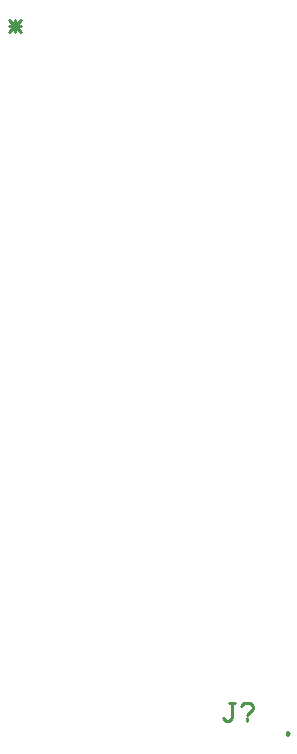
<source format=gto>
G04*
G04 #@! TF.GenerationSoftware,Altium Limited,Altium Designer,18.1.9 (240)*
G04*
G04 Layer_Color=65535*
%FSLAX25Y25*%
%MOIN*%
G70*
G01*
G75*
%ADD10C,0.00984*%
%ADD11C,0.01000*%
D10*
X158492Y25157D02*
X157754Y25583D01*
Y24731D01*
X158492Y25157D01*
D11*
X65050Y263048D02*
X69049Y259050D01*
X65050D02*
X69049Y263048D01*
X65050Y261049D02*
X69049D01*
X67049Y259050D02*
Y263048D01*
X140499Y35098D02*
X138499D01*
X139499D01*
Y30100D01*
X138499Y29100D01*
X137500D01*
X136500Y30100D01*
X142498Y34098D02*
X143498Y35098D01*
X145497D01*
X146497Y34098D01*
Y33099D01*
X144497Y31099D01*
Y30100D02*
Y29100D01*
M02*

</source>
